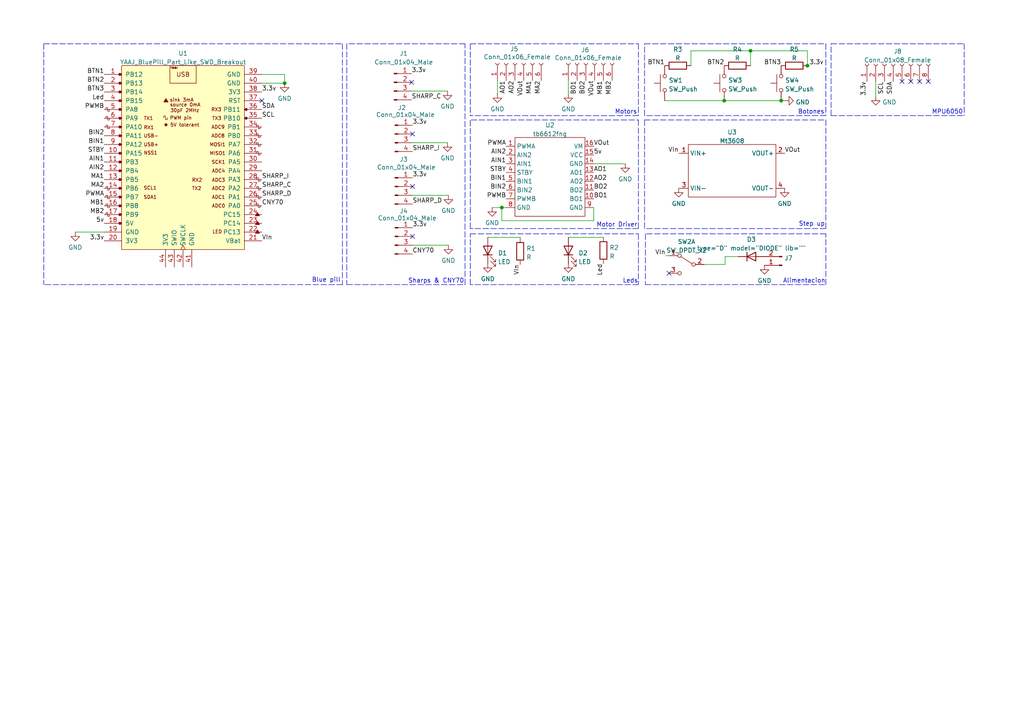
<source format=kicad_sch>
(kicad_sch (version 20211123) (generator eeschema)
  (paper "A4")
  (lib_symbols
    (symbol "Connector:Conn_01x02_Male" (pin_names (offset 1.016) hide)
      (property "Reference" "J" (at 0 2.54 0))
      (property "Value" "Conn_01x02_Male" (at 0 -5.08 0))
      (symbol "Conn_01x02_Male_1_1"
        (polyline (pts (xy 1.27 -2.54) (xy 0.8636 -2.54)) (stroke (width 0.1524)))
        (polyline (pts (xy 1.27 0) (xy 0.8636 0)) (stroke (width 0.1524)))
        (rectangle (start 0.8636 -2.413) (end 0 -2.667) (stroke (width 0.1524)) (fill (type outline)))
        (rectangle (start 0.8636 0.127) (end 0 -0.127) (stroke (width 0.1524)) (fill (type outline)))
        (pin passive line (at 5.08 0 180) (length 3.81) (name "Pin_1") (number "1"))
        (pin passive line (at 5.08 -2.54 180) (length 3.81) (name "Pin_2") (number "2"))
      )
    )
    (symbol "Connector:Conn_01x04_Male" (pin_names (offset 1.016) hide)
      (property "Reference" "J" (at 0 5.08 0))
      (property "Value" "Conn_01x04_Male" (at 0 -7.62 0))
      (symbol "Conn_01x04_Male_1_1"
        (polyline (pts (xy 1.27 -5.08) (xy 0.8636 -5.08)) (stroke (width 0.1524)))
        (polyline (pts (xy 1.27 -2.54) (xy 0.8636 -2.54)) (stroke (width 0.1524)))
        (polyline (pts (xy 1.27 0) (xy 0.8636 0)) (stroke (width 0.1524)))
        (polyline (pts (xy 1.27 2.54) (xy 0.8636 2.54)) (stroke (width 0.1524)))
        (rectangle (start 0.8636 -4.953) (end 0 -5.207) (stroke (width 0.1524)) (fill (type outline)))
        (rectangle (start 0.8636 -2.413) (end 0 -2.667) (stroke (width 0.1524)) (fill (type outline)))
        (rectangle (start 0.8636 0.127) (end 0 -0.127) (stroke (width 0.1524)) (fill (type outline)))
        (rectangle (start 0.8636 2.667) (end 0 2.413) (stroke (width 0.1524)) (fill (type outline)))
        (pin passive line (at 5.08 2.54 180) (length 3.81) (name "Pin_1") (number "1"))
        (pin passive line (at 5.08 0 180) (length 3.81) (name "Pin_2") (number "2"))
        (pin passive line (at 5.08 -2.54 180) (length 3.81) (name "Pin_3") (number "3"))
        (pin passive line (at 5.08 -5.08 180) (length 3.81) (name "Pin_4") (number "4"))
      )
    )
    (symbol "Connector:Conn_01x06_Female" (pin_names (offset 1.016) hide)
      (property "Reference" "J" (at 0 7.62 0))
      (property "Value" "Conn_01x06_Female" (at 0 -10.16 0))
      (symbol "Conn_01x06_Female_1_1"
        (arc (start 0 -7.112) (mid -0.508 -7.62) (end 0 -8.128) (stroke (width 0.1524)))
        (arc (start 0 -4.572) (mid -0.508 -5.08) (end 0 -5.588) (stroke (width 0.1524)))
        (arc (start 0 -2.032) (mid -0.508 -2.54) (end 0 -3.048) (stroke (width 0.1524)))
        (polyline (pts (xy -1.27 -7.62) (xy -0.508 -7.62)) (stroke (width 0.1524)))
        (polyline (pts (xy -1.27 -5.08) (xy -0.508 -5.08)) (stroke (width 0.1524)))
        (polyline (pts (xy -1.27 -2.54) (xy -0.508 -2.54)) (stroke (width 0.1524)))
        (polyline (pts (xy -1.27 0) (xy -0.508 0)) (stroke (width 0.1524)))
        (polyline (pts (xy -1.27 2.54) (xy -0.508 2.54)) (stroke (width 0.1524)))
        (polyline (pts (xy -1.27 5.08) (xy -0.508 5.08)) (stroke (width 0.1524)))
        (arc (start 0 0.508) (mid -0.508 0) (end 0 -0.508) (stroke (width 0.1524)))
        (arc (start 0 3.048) (mid -0.508 2.54) (end 0 2.032) (stroke (width 0.1524)))
        (arc (start 0 5.588) (mid -0.508 5.08) (end 0 4.572) (stroke (width 0.1524)))
        (pin passive line (at -5.08 5.08 0) (length 3.81) (name "Pin_1") (number "1"))
        (pin passive line (at -5.08 2.54 0) (length 3.81) (name "Pin_2") (number "2"))
        (pin passive line (at -5.08 0 0) (length 3.81) (name "Pin_3") (number "3"))
        (pin passive line (at -5.08 -2.54 0) (length 3.81) (name "Pin_4") (number "4"))
        (pin passive line (at -5.08 -5.08 0) (length 3.81) (name "Pin_5") (number "5"))
        (pin passive line (at -5.08 -7.62 0) (length 3.81) (name "Pin_6") (number "6"))
      )
    )
    (symbol "Connector:Conn_01x08_Female" (pin_names (offset 1.016) hide)
      (property "Reference" "J" (at 0 10.16 0))
      (property "Value" "Conn_01x08_Female" (at 0 -12.7 0))
      (symbol "Conn_01x08_Female_1_1"
        (arc (start 0 -9.652) (mid -0.508 -10.16) (end 0 -10.668) (stroke (width 0.1524)))
        (arc (start 0 -7.112) (mid -0.508 -7.62) (end 0 -8.128) (stroke (width 0.1524)))
        (arc (start 0 -4.572) (mid -0.508 -5.08) (end 0 -5.588) (stroke (width 0.1524)))
        (arc (start 0 -2.032) (mid -0.508 -2.54) (end 0 -3.048) (stroke (width 0.1524)))
        (polyline (pts (xy -1.27 -10.16) (xy -0.508 -10.16)) (stroke (width 0.1524)))
        (polyline (pts (xy -1.27 -7.62) (xy -0.508 -7.62)) (stroke (width 0.1524)))
        (polyline (pts (xy -1.27 -5.08) (xy -0.508 -5.08)) (stroke (width 0.1524)))
        (polyline (pts (xy -1.27 -2.54) (xy -0.508 -2.54)) (stroke (width 0.1524)))
        (polyline (pts (xy -1.27 0) (xy -0.508 0)) (stroke (width 0.1524)))
        (polyline (pts (xy -1.27 2.54) (xy -0.508 2.54)) (stroke (width 0.1524)))
        (polyline (pts (xy -1.27 5.08) (xy -0.508 5.08)) (stroke (width 0.1524)))
        (polyline (pts (xy -1.27 7.62) (xy -0.508 7.62)) (stroke (width 0.1524)))
        (arc (start 0 0.508) (mid -0.508 0) (end 0 -0.508) (stroke (width 0.1524)))
        (arc (start 0 3.048) (mid -0.508 2.54) (end 0 2.032) (stroke (width 0.1524)))
        (arc (start 0 5.588) (mid -0.508 5.08) (end 0 4.572) (stroke (width 0.1524)))
        (arc (start 0 8.128) (mid -0.508 7.62) (end 0 7.112) (stroke (width 0.1524)))
        (pin passive line (at -5.08 7.62 0) (length 3.81) (name "Pin_1") (number "1"))
        (pin passive line (at -5.08 5.08 0) (length 3.81) (name "Pin_2") (number "2"))
        (pin passive line (at -5.08 2.54 0) (length 3.81) (name "Pin_3") (number "3"))
        (pin passive line (at -5.08 0 0) (length 3.81) (name "Pin_4") (number "4"))
        (pin passive line (at -5.08 -2.54 0) (length 3.81) (name "Pin_5") (number "5"))
        (pin passive line (at -5.08 -5.08 0) (length 3.81) (name "Pin_6") (number "6"))
        (pin passive line (at -5.08 -7.62 0) (length 3.81) (name "Pin_7") (number "7"))
        (pin passive line (at -5.08 -10.16 0) (length 3.81) (name "Pin_8") (number "8"))
      )
    )
    (symbol "Device:LED" (pin_numbers hide) (pin_names (offset 1.016) hide)
      (property "Reference" "D" (at 0 2.54 0))
      (property "Value" "LED" (at 0 -2.54 0))
      (symbol "LED_0_1"
        (polyline (pts (xy -1.27 -1.27) (xy -1.27 1.27)) (stroke (width 0.254)))
        (polyline (pts (xy -1.27 0) (xy 1.27 0)))
        (polyline (pts (xy 1.27 -1.27) (xy 1.27 1.27) (xy -1.27 0) (xy 1.27 -1.27)) (stroke (width 0.254)))
        (polyline (pts (xy -3.048 -0.762) (xy -4.572 -2.286) (xy -3.81 -2.286) (xy -4.572 -2.286) (xy -4.572 -1.524)))
        (polyline (pts (xy -1.778 -0.762) (xy -3.302 -2.286) (xy -2.54 -2.286) (xy -3.302 -2.286) (xy -3.302 -1.524)))
      )
      (symbol "LED_1_1"
        (pin passive line (at -3.81 0 0) (length 2.54) (name "K") (number "1"))
        (pin passive line (at 3.81 0 180) (length 2.54) (name "A") (number "2"))
      )
    )
    (symbol "Device:R" (pin_numbers hide) (pin_names (offset 0))
      (property "Reference" "R" (at 2.032 0 90))
      (property "Value" "R" (at 0 0 90))
      (symbol "R_0_1"
        (rectangle (start -1.016 -2.54) (end 1.016 2.54) (stroke (width 0.254)))
      )
      (symbol "R_1_1"
        (pin passive line (at 0 3.81 270) (length 1.27) (name "~") (number "1"))
        (pin passive line (at 0 -3.81 90) (length 1.27) (name "~") (number "2"))
      )
    )
    (symbol "Simulation_SPICE:DIODE" (pin_numbers hide) (pin_names (offset 1.016) hide)
      (property "Reference" "D" (at 0 2.54 0))
      (property "Value" "DIODE" (at 0 -2.54 0))
      (symbol "DIODE_0_1"
        (polyline (pts (xy 1.27 0) (xy -1.27 0)))
        (polyline (pts (xy 1.27 1.27) (xy 1.27 -1.27)) (stroke (width 0.254)))
        (polyline (pts (xy -1.27 -1.27) (xy -1.27 1.27) (xy 1.27 0) (xy -1.27 -1.27)) (stroke (width 0.254)))
      )
      (symbol "DIODE_1_1"
        (pin passive line (at -3.81 0 0) (length 2.54) (name "A") (number "1"))
        (pin passive line (at 3.81 0 180) (length 2.54) (name "K") (number "2"))
      )
    )
    (symbol "Switch:SW_DPDT_x2" (pin_names (offset 0) hide)
      (property "Reference" "SW" (at 0 4.318 0))
      (property "Value" "SW_DPDT_x2" (at 0 -5.08 0))
      (symbol "SW_DPDT_x2_0_0"
        (circle (center -2.032 0) (radius 0.508))
        (circle (center 2.032 -2.54) (radius 0.508))
      )
      (symbol "SW_DPDT_x2_0_1"
        (polyline (pts (xy -1.524 0.254) (xy 1.651 2.286)))
        (circle (center 2.032 2.54) (radius 0.508))
      )
      (symbol "SW_DPDT_x2_1_1"
        (pin passive line (at 5.08 2.54 180) (length 2.54) (name "A") (number "1"))
        (pin passive line (at -5.08 0 0) (length 2.54) (name "B") (number "2"))
        (pin passive line (at 5.08 -2.54 180) (length 2.54) (name "C") (number "3"))
      )
      (symbol "SW_DPDT_x2_2_1"
        (pin passive line (at 5.08 2.54 180) (length 2.54) (name "A") (number "4"))
        (pin passive line (at -5.08 0 0) (length 2.54) (name "B") (number "5"))
        (pin passive line (at 5.08 -2.54 180) (length 2.54) (name "C") (number "6"))
      )
    )
    (symbol "Switch:SW_Push" (pin_numbers hide) (pin_names (offset 1.016) hide)
      (property "Reference" "SW" (at 1.27 2.54 0))
      (property "Value" "SW_Push" (at 0 -1.524 0))
      (symbol "SW_Push_0_1"
        (circle (center -2.032 0) (radius 0.508))
        (polyline (pts (xy 0 1.27) (xy 0 3.048)))
        (polyline (pts (xy 2.54 1.27) (xy -2.54 1.27)))
        (circle (center 2.032 0) (radius 0.508))
        (pin passive line (at -5.08 0 0) (length 2.54) (name "1") (number "1"))
        (pin passive line (at 5.08 0 180) (length 2.54) (name "2") (number "2"))
      )
    )
    (symbol "YAAJ_BluePill_Part_Like_SWD_Breakout:YAAJ_BluePill_Part_Like_SWD_Breakout" (pin_names (offset 1.016))
      (property "Reference" "U" (at -15.24 27.94 0))
      (property "Value" "YAAJ_BluePill_Part_Like_SWD_Breakout" (at 20.32 27.94 0))
      (symbol "YAAJ_BluePill_Part_Like_SWD_Breakout_0_0"
        (circle (center -18.288 -20.32) (radius 0.3556) (fill (type outline)))
        (circle (center -18.288 -17.78) (radius 0.3556) (fill (type outline)))
        (circle (center -18.288 -15.24) (radius 0.3556) (fill (type outline)))
        (circle (center -18.288 -12.7) (radius 0.3556) (fill (type outline)))
        (circle (center -18.288 -10.16) (radius 0.3556) (fill (type outline)))
        (circle (center -18.288 -7.62) (radius 0.3556) (fill (type outline)))
        (circle (center -18.288 -5.08) (radius 0.3556) (fill (type outline)))
        (circle (center -18.288 -2.54) (radius 0.3556) (fill (type outline)))
        (circle (center -18.288 0) (radius 0.3556) (fill (type outline)))
        (circle (center -18.288 2.54) (radius 0.3556) (fill (type outline)))
        (circle (center -18.288 5.08) (radius 0.3556) (fill (type outline)))
        (circle (center -18.288 7.62) (radius 0.3556) (fill (type outline)))
        (circle (center -18.288 10.16) (radius 0.3556) (fill (type outline)))
        (circle (center -18.288 12.7) (radius 0.3556) (fill (type outline)))
        (circle (center -18.288 15.24) (radius 0.3556) (fill (type outline)))
        (circle (center -18.288 17.78) (radius 0.3556) (fill (type outline)))
        (circle (center -18.288 22.86) (radius 0.3556) (fill (type outline)))
        (circle (center -4.953 8.255) (radius 0.127) (fill (type outline)))
        (circle (center -4.953 8.255) (radius 0.254))
        (circle (center -4.953 8.255) (radius 0.3556))
        (polyline (pts (xy -5.588 14.859) (xy -4.953 15.875) (xy -4.318 14.859) (xy -5.588 14.859) (xy -4.953 15.748) (xy -4.445 14.859) (xy -5.461 14.986) (xy -4.953 15.621) (xy -4.572 14.859) (xy -5.334 15.113) (xy -4.826 15.494) (xy -4.699 14.859) (xy -5.207 15.24) (xy -4.699 15.367) (xy -4.826 14.986) (xy -5.08 15.24) (xy -4.826 15.113) (xy -4.953 15.367)))
        (polyline (pts (xy 20.955 -23.241) (xy 21.59 -22.225) (xy 22.225 -23.241) (xy 20.955 -23.241) (xy 21.59 -22.352) (xy 22.098 -23.241) (xy 21.082 -23.114) (xy 21.59 -22.479) (xy 21.971 -23.241) (xy 21.209 -22.987) (xy 21.717 -22.606) (xy 21.844 -23.241) (xy 21.336 -22.86) (xy 21.844 -22.733) (xy 21.717 -23.114) (xy 21.463 -22.86) (xy 21.717 -22.987) (xy 21.59 -22.733)))
        (polyline (pts (xy 20.955 -20.701) (xy 21.59 -19.685) (xy 22.225 -20.701) (xy 20.955 -20.701) (xy 21.59 -19.812) (xy 22.098 -20.701) (xy 21.082 -20.574) (xy 21.59 -19.939) (xy 21.971 -20.701) (xy 21.209 -20.447) (xy 21.717 -20.066) (xy 21.844 -20.701) (xy 21.336 -20.32) (xy 21.844 -20.193) (xy 21.717 -20.574) (xy 21.463 -20.32) (xy 21.717 -20.447) (xy 21.59 -20.193)))
        (polyline (pts (xy 20.955 -18.161) (xy 21.59 -17.145) (xy 22.225 -18.161) (xy 20.955 -18.161) (xy 21.59 -17.272) (xy 22.098 -18.161) (xy 21.082 -18.034) (xy 21.59 -17.399) (xy 21.971 -18.161) (xy 21.209 -17.907) (xy 21.717 -17.526) (xy 21.844 -18.161) (xy 21.336 -17.78) (xy 21.844 -17.653) (xy 21.717 -18.034) (xy 21.463 -17.78) (xy 21.717 -17.907) (xy 21.59 -17.653)))
        (circle (center 18.288 10.16) (radius 0.254) (fill (type outline)))
        (circle (center 18.288 10.16) (radius 0.3556))
        (circle (center 18.288 12.7) (radius 0.254) (fill (type outline)))
        (circle (center 18.288 12.7) (radius 0.3556))
        (text "30pF 2MHz" (at 0.508 12.446 0) (effects (font (size 0.9906 0.9906))))
        (text "5V tolerant" (at 0.508 8.255 0) (effects (font (size 0.9906 0.9906))))
        (text "ADC0" (at 10.287 -15.24 0) (effects (font (size 0.9906 0.9906))))
        (text "ADC1" (at 10.287 -12.7 0) (effects (font (size 0.9906 0.9906))))
        (text "ADC2" (at 10.287 -10.16 0) (effects (font (size 0.9906 0.9906))))
        (text "ADC3" (at 10.287 -7.747 0) (effects (font (size 0.9906 0.9906))))
        (text "ADC4" (at 10.287 -5.08 0) (effects (font (size 0.9906 0.9906))))
        (text "ADC8" (at 10.16 5.08 0) (effects (font (size 0.9906 0.9906))))
        (text "ADC9" (at 10.16 7.62 0) (effects (font (size 0.9906 0.9906))))
        (text "LED" (at 9.906 -22.733 0) (effects (font (size 0.9906 0.9906))))
        (text "MISO1" (at 10.033 0 0) (effects (font (size 0.9906 0.9906))))
        (text "MOSI1" (at 10.033 2.54 0) (effects (font (size 0.9906 0.9906))))
        (text "NSS1" (at -9.398 0.127 0) (effects (font (size 0.9906 0.9906))))
        (text "PWM pin" (at -0.635 10.287 0) (effects (font (size 0.9906 0.9906))))
        (text "RX1" (at -9.906 7.493 0) (effects (font (size 0.9906 0.9906))))
        (text "RX2" (at 4.064 -7.747 0) (effects (font (size 0.9906 0.9906))))
        (text "RX3" (at 9.652 12.7 0) (effects (font (size 0.9906 0.9906))))
        (text "SCK1" (at 10.287 -2.54 0) (effects (font (size 0.9906 0.9906))))
        (text "SCL1" (at -9.525 -10.033 0) (effects (font (size 0.9906 0.9906))))
        (text "SDA1" (at -9.525 -12.7 0) (effects (font (size 0.9906 0.9906))))
        (text "sink 3mA" (at -0.381 15.494 0) (effects (font (size 0.9906 0.9906))))
        (text "source 0mA" (at 0.635 14.097 0) (effects (font (size 0.9906 0.9906))))
        (text "TX1" (at -10.033 10.16 0) (effects (font (size 0.9906 0.9906))))
        (text "TX2" (at 3.937 -10.16 0) (effects (font (size 0.9906 0.9906))))
        (text "TX3" (at 9.779 10.16 0) (effects (font (size 0.9906 0.9906))))
        (text "USB" (at 0 22.86 0) (effects (font (size 1.27 1.27))))
        (text "USB+" (at -9.271 2.54 0) (effects (font (size 0.9906 0.9906))))
        (text "USB-" (at -9.271 5.08 0) (effects (font (size 0.9906 0.9906))))
        (text "Y@@J" (at -2.5654 24.8412 0) (effects (font (size 0.508 0.508))))
      )
      (symbol "YAAJ_BluePill_Part_Like_SWD_Breakout_0_1"
        (rectangle (start -17.78 25.4) (end 17.78 -27.94) (fill (type background)))
        (polyline (pts (xy -21.336 -17.78) (xy -21.336 -18.288) (xy -21.844 -18.288) (xy -21.844 -17.272) (xy -22.352 -17.272) (xy -22.352 -17.78)))
        (polyline (pts (xy -21.336 -15.24) (xy -21.336 -15.748) (xy -21.844 -15.748) (xy -21.844 -14.732) (xy -22.352 -14.732) (xy -22.352 -15.24)))
        (polyline (pts (xy -21.336 -12.7) (xy -21.336 -13.208) (xy -21.844 -13.208) (xy -21.844 -12.192) (xy -22.352 -12.192) (xy -22.352 -12.7)))
        (polyline (pts (xy -21.336 -10.16) (xy -21.336 -10.668) (xy -21.844 -10.668) (xy -21.844 -9.652) (xy -22.352 -9.652) (xy -22.352 -10.16)))
        (polyline (pts (xy -21.336 7.62) (xy -21.336 7.112) (xy -21.844 7.112) (xy -21.844 8.128) (xy -22.352 8.128) (xy -22.352 7.62)))
        (polyline (pts (xy -21.336 10.16) (xy -21.336 9.652) (xy -21.844 9.652) (xy -21.844 10.668) (xy -22.352 10.668) (xy -22.352 10.16)))
        (polyline (pts (xy -21.336 12.7) (xy -21.336 12.192) (xy -21.844 12.192) (xy -21.844 13.208) (xy -22.352 13.208) (xy -22.352 12.7)))
        (polyline (pts (xy -4.572 10.287) (xy -4.572 9.779) (xy -5.08 9.779) (xy -5.08 10.795) (xy -5.588 10.795) (xy -5.588 10.287)))
        (polyline (pts (xy 22.352 -15.24) (xy 22.352 -15.748) (xy 21.844 -15.748) (xy 21.844 -14.732) (xy 21.336 -14.732) (xy 21.336 -15.24)))
        (polyline (pts (xy 22.352 -12.7) (xy 22.352 -13.208) (xy 21.844 -13.208) (xy 21.844 -12.192) (xy 21.336 -12.192) (xy 21.336 -12.7)))
        (polyline (pts (xy 22.352 -10.16) (xy 22.352 -10.668) (xy 21.844 -10.668) (xy 21.844 -9.652) (xy 21.336 -9.652) (xy 21.336 -10.16)))
        (polyline (pts (xy 22.352 -7.62) (xy 22.352 -8.128) (xy 21.844 -8.128) (xy 21.844 -7.112) (xy 21.336 -7.112) (xy 21.336 -7.62)))
        (polyline (pts (xy 22.352 0) (xy 22.352 -0.508) (xy 21.844 -0.508) (xy 21.844 0.508) (xy 21.336 0.508) (xy 21.336 0)))
        (polyline (pts (xy 22.352 2.54) (xy 22.352 2.032) (xy 21.844 2.032) (xy 21.844 3.048) (xy 21.336 3.048) (xy 21.336 2.54)))
        (polyline (pts (xy 22.352 5.08) (xy 22.352 4.572) (xy 21.844 4.572) (xy 21.844 5.588) (xy 21.336 5.588) (xy 21.336 5.08)))
        (polyline (pts (xy 22.352 7.62) (xy 22.352 7.112) (xy 21.844 7.112) (xy 21.844 8.128) (xy 21.336 8.128) (xy 21.336 7.62)))
        (rectangle (start 3.81 25.4) (end -3.81 20.32))
      )
      (symbol "YAAJ_BluePill_Part_Like_SWD_Breakout_1_1"
        (circle (center -18.288 20.32) (radius 0.3556) (fill (type outline)))
        (pin bidirectional line (at -22.86 22.86 0) (length 5.08) (name "PB12") (number "1"))
        (pin bidirectional line (at -22.86 0 0) (length 5.08) (name "PA15") (number "10"))
        (pin bidirectional line (at -22.86 -2.54 0) (length 5.08) (name "PB3") (number "11"))
        (pin bidirectional line (at -22.86 -5.08 0) (length 5.08) (name "PB4") (number "12"))
        (pin bidirectional line (at -22.86 -7.62 0) (length 5.08) (name "PB5") (number "13"))
        (pin bidirectional line (at -22.86 -10.16 0) (length 5.08) (name "PB6") (number "14"))
        (pin bidirectional line (at -22.86 -12.7 0) (length 5.08) (name "PB7") (number "15"))
        (pin bidirectional line (at -22.86 -15.24 0) (length 5.08) (name "PB8") (number "16"))
        (pin bidirectional line (at -22.86 -17.78 0) (length 5.08) (name "PB9") (number "17"))
        (pin power_in line (at -22.86 -20.32 0) (length 5.08) (name "5V") (number "18"))
        (pin power_in line (at -22.86 -22.86 0) (length 5.08) (name "GND") (number "19"))
        (pin bidirectional line (at -22.86 20.32 0) (length 5.08) (name "PB13") (number "2"))
        (pin power_in line (at -22.86 -25.4 0) (length 5.08) (name "3V3") (number "20"))
        (pin power_in line (at 22.86 -25.4 180) (length 5.08) (name "VBat") (number "21"))
        (pin bidirectional line (at 22.86 -22.86 180) (length 5.08) (name "PC13") (number "22"))
        (pin bidirectional line (at 22.86 -20.32 180) (length 5.08) (name "PC14") (number "23"))
        (pin bidirectional line (at 22.86 -17.78 180) (length 5.08) (name "PC15") (number "24"))
        (pin bidirectional line (at 22.86 -15.24 180) (length 5.08) (name "PA0") (number "25"))
        (pin bidirectional line (at 22.86 -12.7 180) (length 5.08) (name "PA1") (number "26"))
        (pin bidirectional line (at 22.86 -10.16 180) (length 5.08) (name "PA2") (number "27"))
        (pin bidirectional line (at 22.86 -7.62 180) (length 5.08) (name "PA3") (number "28"))
        (pin bidirectional line (at 22.86 -5.08 180) (length 5.08) (name "PA4") (number "29"))
        (pin bidirectional line (at -22.86 17.78 0) (length 5.08) (name "PB14") (number "3"))
        (pin bidirectional line (at 22.86 -2.54 180) (length 5.08) (name "PA5") (number "30"))
        (pin bidirectional line (at 22.86 0 180) (length 5.08) (name "PA6") (number "31"))
        (pin bidirectional line (at 22.86 2.54 180) (length 5.08) (name "PA7") (number "32"))
        (pin bidirectional line (at 22.86 5.08 180) (length 5.08) (name "PB0") (number "33"))
        (pin bidirectional line (at 22.86 7.62 180) (length 5.08) (name "PB1") (number "34"))
        (pin bidirectional line (at 22.86 10.16 180) (length 5.08) (name "PB10") (number "35"))
        (pin bidirectional line (at 22.86 12.7 180) (length 5.08) (name "PB11") (number "36"))
        (pin input line (at 22.86 15.24 180) (length 5.08) (name "RST") (number "37"))
        (pin power_in line (at 22.86 17.78 180) (length 5.08) (name "3V3") (number "38"))
        (pin power_in line (at 22.86 22.86 180) (length 5.08) (name "GND") (number "39"))
        (pin bidirectional line (at -22.86 15.24 0) (length 5.08) (name "PB15") (number "4"))
        (pin power_in line (at 22.86 20.32 180) (length 5.08) (name "GND") (number "40"))
        (pin power_in line (at 2.54 -33.02 90) (length 5.08) (name "GND") (number "41"))
        (pin bidirectional clock (at 0 -33.02 90) (length 5.08) (name "SWCLK") (number "42"))
        (pin bidirectional line (at -2.54 -33.02 90) (length 5.08) (name "SWIO") (number "43"))
        (pin power_in line (at -5.08 -33.02 90) (length 5.08) (name "3V3") (number "44"))
        (pin bidirectional line (at -22.86 12.7 0) (length 5.08) (name "PA8") (number "5"))
        (pin bidirectional line (at -22.86 10.16 0) (length 5.08) (name "PA9") (number "6"))
        (pin bidirectional line (at -22.86 7.62 0) (length 5.08) (name "PA10") (number "7"))
        (pin bidirectional line (at -22.86 5.08 0) (length 5.08) (name "PA11") (number "8"))
        (pin bidirectional line (at -22.86 2.54 0) (length 5.08) (name "PA12") (number "9"))
      )
    )
    (symbol "power:GND" (power) (pin_names (offset 0))
      (property "Value" "GND" (at 0 -3.81 0))
      (symbol "GND_0_1"
        (polyline (pts (xy 0 0) (xy 0 -1.27) (xy 1.27 -1.27) (xy 0 -2.54) (xy -1.27 -1.27) (xy 0 -1.27)))
      )
      (symbol "GND_1_1"
        (pin power_in line (at 0 0 270) (length 0) hide (name "GND") (number "1"))
      )
    )
    (symbol "propios:Mt3608"
      (property "Reference" "U" (at 0 0 0))
      (property "Value" "Mt3608" (at 0 0 0))
      (symbol "Mt3608_0_1"
        (rectangle (start -12.7 -2.54) (end 12.7 -17.78))
      )
      (symbol "Mt3608_1_1"
        (pin input line (at -15.24 -5.08 0) (length 2.54) (name "VIN+") (number "1"))
        (pin input line (at 15.24 -5.08 180) (length 2.54) (name "VOUT+") (number "2"))
        (pin input line (at -15.24 -15.24 0) (length 2.54) (name "VIN-") (number "3"))
        (pin input line (at 15.24 -15.24 180) (length 2.54) (name "VOUT-") (number "4"))
      )
    )
    (symbol "propios:tb6612fng"
      (property "Reference" "U" (at 0 0 0))
      (property "Value" "tb6612fng" (at 0 0 0))
      (symbol "tb6612fng_0_1"
        (rectangle (start -10.16 -2.54) (end 10.16 -25.4))
      )
      (symbol "tb6612fng_1_1"
        (pin input line (at -12.7 -5.08 0) (length 2.54) (name "PWMA") (number "1"))
        (pin input line (at 12.7 -20.32 180) (length 2.54) (name "BO1") (number "10"))
        (pin input line (at 12.7 -17.78 180) (length 2.54) (name "BO2") (number "11"))
        (pin input line (at 12.7 -15.24 180) (length 2.54) (name "AO2") (number "12"))
        (pin input line (at 12.7 -12.7 180) (length 2.54) (name "AO1") (number "13"))
        (pin input line (at 12.7 -10.16 180) (length 2.54) (name "GND") (number "14"))
        (pin input line (at 12.7 -7.62 180) (length 2.54) (name "VCC") (number "15"))
        (pin input line (at 12.7 -5.08 180) (length 2.54) (name "VM") (number "16"))
        (pin input line (at -12.7 -7.62 0) (length 2.54) (name "AIN2") (number "2"))
        (pin input line (at -12.7 -10.16 0) (length 2.54) (name "AIN1") (number "3"))
        (pin input line (at -12.7 -12.7 0) (length 2.54) (name "STBY") (number "4"))
        (pin input line (at -12.7 -15.24 0) (length 2.54) (name "BIN1") (number "5"))
        (pin input line (at -12.7 -17.78 0) (length 2.54) (name "BIN2") (number "6"))
        (pin input line (at -12.7 -20.32 0) (length 2.54) (name "PWMB") (number "7"))
        (pin input line (at -12.7 -22.86 0) (length 2.54) (name "GND") (number "8"))
        (pin input line (at 12.7 -22.86 180) (length 2.54) (name "GND") (number "9"))
      )
    )
  )
  (junction (at 210.058 29.21))
  (junction (at 217.678 14.732))
  (junction (at 226.568 29.21))
  (junction (at 82.55 24.13))
  (junction (at 234.188 19.05))
  (junction (at 145.542 60.198))
  (no_connect (at 75.946 29.21))
  (no_connect (at 194.056 79.248))
  (no_connect (at 261.62 23.622))
  (no_connect (at 264.16 23.622))
  (no_connect (at 266.7 23.622))
  (no_connect (at 269.24 23.622))
  (no_connect (at 119.38 23.876))
  (no_connect (at 119.634 68.58))
  (no_connect (at 119.634 38.862))
  (no_connect (at 119.634 54.102))
  (polyline (pts (xy 186.944 34.798) (xy 186.944 66.294)))
  (polyline (pts (xy 136.398 12.7) (xy 185.166 12.7)))
  (wire (pts (xy 192.786 29.21) (xy 210.058 29.21)))
  (polyline (pts (xy 12.7 12.7) (xy 12.7 82.55)))
  (wire (pts (xy 200.406 14.732) (xy 217.678 14.732)))
  (wire (pts (xy 30.226 67.31) (xy 21.844 67.31)))
  (polyline (pts (xy 239.522 34.798) (xy 239.522 66.294)))
  (polyline (pts (xy 134.874 82.55) (xy 134.874 12.7)))
  (wire (pts (xy 130.048 71.12) (xy 119.634 71.12)))
  (polyline (pts (xy 239.522 33.528) (xy 186.944 33.528)))
  (wire (pts (xy 82.55 21.59) (xy 82.55 24.13)))
  (polyline (pts (xy 136.652 34.798) (xy 185.166 34.798)))
  (polyline (pts (xy 185.166 66.294) (xy 136.398 66.294)))
  (polyline (pts (xy 279.654 12.7) (xy 279.654 33.528)))
  (polyline (pts (xy 185.166 82.55) (xy 136.398 82.55)))
  (wire (pts (xy 142.748 60.198) (xy 145.542 60.198)))
  (wire (pts (xy 254 27.94) (xy 254 23.622)))
  (polyline (pts (xy 136.398 12.7) (xy 136.398 33.528)))
  (polyline (pts (xy 241.046 33.528) (xy 241.046 12.7)))
  (wire (pts (xy 164.846 27.178) (xy 164.846 23.368)))
  (polyline (pts (xy 12.7 12.7) (xy 99.314 12.7)))
  (wire (pts (xy 210.312 76.708) (xy 204.216 76.708)))
  (wire (pts (xy 226.568 29.21) (xy 227.584 29.21)))
  (polyline (pts (xy 239.522 12.7) (xy 239.522 33.528)))
  (wire (pts (xy 196.85 54.61) (xy 197.104 54.61)))
  (wire (pts (xy 172.212 64.008) (xy 145.542 64.008)))
  (wire (pts (xy 210.312 74.422) (xy 210.312 76.708)))
  (polyline (pts (xy 99.314 82.55) (xy 12.7 82.55)))
  (wire (pts (xy 193.04 74.168) (xy 194.056 74.168)))
  (wire (pts (xy 145.542 60.198) (xy 146.812 60.198)))
  (polyline (pts (xy 187.198 82.55) (xy 239.522 82.55)))
  (polyline (pts (xy 187.198 67.818) (xy 187.198 82.55)))
  (wire (pts (xy 210.058 29.21) (xy 226.568 29.21)))
  (polyline (pts (xy 136.398 82.55) (xy 136.398 67.818)))
  (wire (pts (xy 234.188 14.732) (xy 234.188 19.05)))
  (wire (pts (xy 129.794 41.402) (xy 119.634 41.402)))
  (polyline (pts (xy 239.522 67.818) (xy 187.198 67.818)))
  (wire (pts (xy 196.85 44.45) (xy 197.104 44.45)))
  (wire (pts (xy 144.272 27.178) (xy 144.272 23.368)))
  (wire (pts (xy 172.212 60.198) (xy 172.212 64.008)))
  (polyline (pts (xy 100.584 12.7) (xy 100.584 82.55)))
  (polyline (pts (xy 136.398 67.818) (xy 185.166 67.818)))
  (polyline (pts (xy 241.046 33.528) (xy 279.654 33.528)))
  (wire (pts (xy 130.048 56.642) (xy 119.634 56.642)))
  (polyline (pts (xy 134.874 12.7) (xy 100.584 12.7)))
  (wire (pts (xy 217.678 14.732) (xy 234.188 14.732)))
  (wire (pts (xy 234.696 19.05) (xy 234.188 19.05)))
  (wire (pts (xy 200.406 19.05) (xy 200.406 14.732)))
  (polyline (pts (xy 185.166 67.818) (xy 185.166 82.55)))
  (polyline (pts (xy 239.522 82.55) (xy 239.522 67.818)))
  (polyline (pts (xy 186.944 12.7) (xy 239.522 12.7)))
  (wire (pts (xy 75.946 24.13) (xy 82.55 24.13)))
  (wire (pts (xy 150.876 68.834) (xy 150.876 69.088)))
  (polyline (pts (xy 239.522 66.294) (xy 186.944 66.294)))
  (polyline (pts (xy 187.198 67.818) (xy 187.198 67.818)))
  (wire (pts (xy 145.542 64.008) (xy 145.542 60.198)))
  (wire (pts (xy 217.678 19.05) (xy 217.678 14.732)))
  (polyline (pts (xy 100.584 82.55) (xy 134.874 82.55)))
  (polyline (pts (xy 185.166 33.528) (xy 136.398 33.528)))
  (wire (pts (xy 164.846 68.834) (xy 175.006 68.834)))
  (polyline (pts (xy 99.314 12.7) (xy 99.314 82.55)))
  (polyline (pts (xy 185.166 12.7) (xy 185.166 33.528)))
  (polyline (pts (xy 185.166 34.798) (xy 185.166 66.294)))
  (wire (pts (xy 129.794 26.416) (xy 119.38 26.416)))
  (polyline (pts (xy 136.398 66.294) (xy 136.398 34.798)))
  (wire (pts (xy 75.946 21.59) (xy 82.55 21.59)))
  (polyline (pts (xy 241.046 12.7) (xy 279.654 12.7)))
  (wire (pts (xy 214.122 74.422) (xy 210.312 74.422)))
  (polyline (pts (xy 186.944 34.798) (xy 239.522 34.798)))
  (wire (pts (xy 181.356 47.498) (xy 172.212 47.498)))
  (polyline (pts (xy 186.944 33.528) (xy 186.944 12.7)))
  (wire (pts (xy 141.478 68.834) (xy 150.876 68.834)))
  (text "Motor Driver\n" (at 172.974 66.04 0) (effects (font (size 1.27 1.27)) (justify left bottom)))
  (text "Step up\n" (at 231.648 65.786 0) (effects (font (size 1.27 1.27)) (justify left bottom)))
  (text "MPU6050\n" (at 270.256 33.274 0) (effects (font (size 1.27 1.27)) (justify left bottom)))
  (text "Blue pill\n" (at 90.424 82.042 0) (effects (font (size 1.27 1.27)) (justify left bottom)))
  (text "Alimentacion\n" (at 227.076 82.296 0) (effects (font (size 1.27 1.27)) (justify left bottom)))
  (text "Leds" (at 180.594 82.296 0) (effects (font (size 1.27 1.27)) (justify left bottom)))
  (text "Motors\n" (at 178.308 33.274 0) (effects (font (size 1.27 1.27)) (justify left bottom)))
  (text "Sharps & CNY70" (at 118.364 82.296 0) (effects (font (size 1.27 1.27)) (justify left bottom)))
  (text "Botones\n" (at 231.394 33.274 0) (effects (font (size 1.27 1.27)) (justify left bottom)))
  (label "SHARP_C" (at 119.38 28.956 0))
  (label "MA2" (at 156.972 23.368 270))
  (label "3.3v" (at 119.634 66.04 0))
  (label "BO2" (at 172.212 55.118 0))
  (label "VIn" (at 196.85 44.45 180))
  (label "VOut" (at 172.466 23.368 270))
  (label "VIn" (at 193.04 74.168 180))
  (label "BO2" (at 169.926 23.368 270))
  (label "MA2" (at 30.226 54.61 180))
  (label "3.3v" (at 119.634 36.322 0))
  (label "AO1" (at 172.212 50.038 0))
  (label "SDA" (at 259.08 23.622 270))
  (label "CNY70" (at 75.946 59.69 0))
  (label "MA1" (at 154.432 23.368 270))
  (label "SHARP_C" (at 75.946 54.61 0))
  (label "STBY" (at 30.226 44.45 180))
  (label "BO1" (at 172.212 57.658 0))
  (label "BIN2" (at 146.812 55.118 180))
  (label "MB1" (at 30.226 59.69 180))
  (label "SHARP_D" (at 119.634 59.182 0))
  (label "AO2" (at 172.212 52.578 0))
  (label "MB2" (at 177.546 23.368 270))
  (label "VIn" (at 75.946 69.85 0))
  (label "VIn" (at 150.876 76.708 270))
  (label "BO1" (at 167.386 23.368 270))
  (label "SHARP_D" (at 75.946 57.15 0))
  (label "SDA" (at 75.946 31.75 0))
  (label "BTN3" (at 226.568 19.05 180))
  (label "3.3v" (at 251.46 23.622 270))
  (label "3.3v" (at 119.38 21.336 0))
  (label "BTN3" (at 30.226 26.67 180))
  (label "5v" (at 172.212 44.958 0))
  (label "BIN2" (at 30.226 39.37 180))
  (label "MB2" (at 30.226 62.23 180))
  (label "AO2" (at 149.352 23.368 270))
  (label "AIN1" (at 30.226 46.99 180))
  (label "MB1" (at 175.006 23.368 270))
  (label "STBY" (at 146.812 50.038 180))
  (label "Led" (at 30.226 29.21 180))
  (label "VOut" (at 151.892 23.368 270))
  (label "AO1" (at 146.812 23.368 270))
  (label "SCL" (at 256.54 23.622 270))
  (label "VOut" (at 172.212 42.418 0))
  (label "PWMB" (at 30.226 31.75 180))
  (label "MA1" (at 30.226 52.07 180))
  (label "SHARP_I" (at 75.946 52.07 0))
  (label "3.3v" (at 75.946 26.67 0))
  (label "SCL" (at 75.946 34.29 0))
  (label "5v" (at 30.226 64.77 180))
  (label "BIN1" (at 146.812 52.578 180))
  (label "BTN1" (at 192.786 19.05 180))
  (label "AIN2" (at 146.812 44.958 180))
  (label "PWMA" (at 30.226 57.15 180))
  (label "BTN2" (at 210.058 19.05 180))
  (label "BTN2" (at 30.226 24.13 180))
  (label "Led" (at 175.006 76.454 270))
  (label "CNY70" (at 119.634 73.66 0))
  (label "3.3v" (at 30.226 69.85 180))
  (label "3.3v" (at 119.634 51.562 0))
  (label "SHARP_I" (at 119.634 43.942 0))
  (label "PWMB" (at 146.812 57.658 180))
  (label "BIN1" (at 30.226 41.91 180))
  (label "3.3v" (at 234.696 19.05 0))
  (label "BTN1" (at 30.226 21.59 180))
  (label "VOut" (at 227.584 44.45 0))
  (label "AIN2" (at 30.226 49.53 180))
  (label "AIN1" (at 146.812 47.498 180))
  (label "PWMA" (at 146.812 42.418 180))
  (symbol (lib_id "Connector:Conn_01x04_Male") (at 114.554 54.102 0) (unit 1)
    (property "Reference" "J3" (at 117.094 46.228 0))
    (property "Value" "Conn_01x04_Male" (at 117.856 48.514 0))
    (property "Footprint" "Connector_PinHeader_2.54mm:PinHeader_1x04_P2.54mm_Vertical" (effects hide))
  )
  (symbol (lib_id "power:GND") (at 82.55 24.13 0) (unit 1)
    (property "Reference" "#PWR0105" (effects hide))
    (property "Value" "GND" (at 82.55 28.5734 0))
  )
  (symbol (lib_id "power:GND") (at 144.272 27.178 0) (unit 1)
    (property "Reference" "#PWR0113" (effects hide))
    (property "Value" "GND" (at 144.272 31.6214 0))
  )
  (symbol (lib_id "power:GND") (at 141.478 76.454 0) (unit 1)
    (property "Reference" "#PWR0102" (effects hide))
    (property "Value" "GND" (at 141.478 80.8974 0))
  )
  (symbol (lib_id "power:GND") (at 227.584 54.61 0) (unit 1)
    (property "Reference" "#PWR0108" (effects hide))
    (property "Value" "GND" (at 227.584 59.0534 0))
  )
  (symbol (lib_id "power:GND") (at 142.748 60.198 0) (unit 1)
    (property "Reference" "#PWR0103" (effects hide))
    (property "Value" "GND" (at 142.748 64.6414 0))
  )
  (symbol (lib_id "Connector:Conn_01x06_Female") (at 149.352 18.288 90) (unit 1)
    (property "Reference" "J5" (at 150.368 14.224 90) (effects (justify left)))
    (property "Value" "Conn_01x06_Female" (at 159.766 16.51 90) (effects (justify left)))
    (property "Footprint" "Connector_PinSocket_2.54mm:PinSocket_1x06_P2.54mm_Vertical" (effects hide))
  )
  (symbol (lib_id "power:GND") (at 130.048 71.12 0) (unit 1)
    (property "Reference" "#PWR0117" (effects hide))
    (property "Value" "GND" (at 130.048 75.5634 0))
  )
  (symbol (lib_id "Device:LED") (at 141.478 72.644 90) (unit 1)
    (property "Reference" "D1" (at 144.399 73.3968 90) (effects (justify right)))
    (property "Value" "LED" (at 144.399 75.9337 90) (effects (justify right)))
    (property "Footprint" "LED_THT:LED_D3.0mm" (effects hide))
  )
  (symbol (lib_id "Device:LED") (at 164.846 72.644 90) (unit 1)
    (property "Reference" "D2" (at 167.767 73.3968 90) (effects (justify right)))
    (property "Value" "LED" (at 167.767 75.9337 90) (effects (justify right)))
    (property "Footprint" "LED_THT:LED_D3.0mm" (effects hide))
  )
  (symbol (lib_id "Device:R") (at 230.378 19.05 90) (unit 1)
    (property "Reference" "R5" (at 230.378 14.3342 90))
    (property "Value" "R" (at 230.378 16.8711 90))
    (property "Footprint" "Resistor_THT:R_Axial_DIN0207_L6.3mm_D2.5mm_P10.16mm_Horizontal" (effects hide))
  )
  (symbol (lib_id "power:GND") (at 129.794 26.416 0) (unit 1)
    (property "Reference" "#PWR0114" (effects hide))
    (property "Value" "GND" (at 129.794 30.8594 0))
  )
  (symbol (lib_id "Simulation_SPICE:DIODE") (at 217.932 74.422 180) (unit 1)
    (property "Reference" "D3" (at 217.932 69.4522 0))
    (property "Value" "DIODE" (at 217.932 71.9891 0))
    (property "Footprint" "Diode_THT:D_5W_P12.70mm_Horizontal" (effects hide))
    (property "Spice_Netlist_Enabled" "Y" (effects hide))
    (property "Spice_Primitive" "D" (effects hide))
  )
  (symbol (lib_id "Device:R") (at 175.006 72.644 0) (unit 1)
    (property "Reference" "R2" (at 176.784 71.8093 0) (effects (justify left)))
    (property "Value" "R" (at 176.784 74.3462 0) (effects (justify left)))
    (property "Footprint" "Resistor_THT:R_Axial_DIN0207_L6.3mm_D2.5mm_P10.16mm_Horizontal" (effects hide))
  )
  (symbol (lib_id "power:GND") (at 130.048 56.642 0) (unit 1)
    (property "Reference" "#PWR0116" (effects hide))
    (property "Value" "GND" (at 130.048 61.0854 0))
  )
  (symbol (lib_id "Switch:SW_Push") (at 226.568 24.13 90) (unit 1)
    (property "Reference" "SW4" (at 227.711 23.2953 90) (effects (justify right)))
    (property "Value" "SW_Push" (at 227.711 25.8322 90) (effects (justify right)))
    (property "Footprint" "Button_Switch_THT:SW_PUSH_6mm" (effects hide))
  )
  (symbol (lib_id "power:GND") (at 164.846 27.178 0) (unit 1)
    (property "Reference" "#PWR0111" (effects hide))
    (property "Value" "GND" (at 164.846 31.6214 0))
  )
  (symbol (lib_id "Device:R") (at 150.876 72.898 0) (unit 1)
    (property "Reference" "R1" (at 152.654 72.0633 0) (effects (justify left)))
    (property "Value" "R" (at 152.654 74.6002 0) (effects (justify left)))
    (property "Footprint" "Resistor_THT:R_Axial_DIN0207_L6.3mm_D2.5mm_P10.16mm_Horizontal" (effects hide))
  )
  (symbol (lib_id "power:GND") (at 164.846 76.454 0) (unit 1)
    (property "Reference" "#PWR0101" (effects hide))
    (property "Value" "GND" (at 164.846 80.8974 0))
  )
  (symbol (lib_id "Connector:Conn_01x04_Male") (at 114.3 23.876 0) (unit 1)
    (property "Reference" "J1" (at 117.094 15.494 0))
    (property "Value" "Conn_01x04_Male" (at 117.094 18.034 0))
    (property "Footprint" "Connector_PinHeader_2.54mm:PinHeader_1x04_P2.54mm_Vertical" (effects hide))
  )
  (symbol (lib_id "power:GND") (at 21.844 67.31 0) (unit 1)
    (property "Reference" "#PWR0104" (effects hide))
    (property "Value" "GND" (at 21.844 71.7534 0))
  )
  (symbol (lib_id "Device:R") (at 196.596 19.05 90) (unit 1)
    (property "Reference" "R3" (at 196.596 14.3342 90))
    (property "Value" "R" (at 196.596 16.8711 90))
    (property "Footprint" "Resistor_THT:R_Axial_DIN0207_L6.3mm_D2.5mm_P10.16mm_Horizontal" (effects hide))
  )
  (symbol (lib_id "Device:R") (at 213.868 19.05 270) (unit 1)
    (property "Reference" "R4" (at 213.868 14.3342 90))
    (property "Value" "R" (at 213.868 16.8711 90))
    (property "Footprint" "Resistor_THT:R_Axial_DIN0207_L6.3mm_D2.5mm_P10.16mm_Horizontal" (effects hide))
  )
  (symbol (lib_id "power:GND") (at 196.85 54.61 0) (unit 1)
    (property "Reference" "#PWR0107" (effects hide))
    (property "Value" "GND" (at 196.85 59.0534 0))
  )
  (symbol (lib_id "Connector:Conn_01x02_Male") (at 226.822 76.962 180) (unit 1)
    (property "Reference" "J7" (at 227.5332 74.8573 0) (effects (justify right)))
    (property "Value" "Conn_01x02_Male" (effects hide))
    (property "Footprint" "Connector_PinHeader_2.54mm:PinHeader_1x02_P2.54mm_Vertical" (effects hide))
  )
  (symbol (lib_id "power:GND") (at 221.742 76.962 0) (unit 1)
    (property "Reference" "#PWR0106" (effects hide))
    (property "Value" "GND" (at 221.742 81.4054 0))
  )
  (symbol (lib_id "Connector:Conn_01x08_Female") (at 259.08 18.542 90) (unit 1)
    (property "Reference" "J8" (at 260.35 14.893 90))
    (property "Value" "Conn_01x08_Female" (at 260.35 17.4299 90))
    (property "Footprint" "Connector_PinSocket_2.54mm:PinSocket_1x08_P2.54mm_Vertical" (effects hide))
  )
  (symbol (lib_id "propios:Mt3608") (at 212.344 39.37 0) (unit 1)
    (property "Reference" "U3" (at 212.344 38.3372 0))
    (property "Value" "Mt3608" (at 212.344 40.8741 0))
    (property "Footprint" "propios:MT3608" (effects hide))
  )
  (symbol (lib_id "power:GND") (at 181.356 47.498 0) (unit 1)
    (property "Reference" "#PWR0112" (effects hide))
    (property "Value" "GND" (at 181.356 51.9414 0))
  )
  (symbol (lib_id "power:GND") (at 227.584 29.21 90) (unit 1)
    (property "Reference" "#PWR0109" (effects hide))
    (property "Value" "GND" (at 230.759 29.6438 90) (effects (justify right)))
  )
  (symbol (lib_id "Switch:SW_Push") (at 210.058 24.13 90) (unit 1)
    (property "Reference" "SW3" (at 211.201 23.2953 90) (effects (justify right)))
    (property "Value" "SW_Push" (at 211.201 25.8322 90) (effects (justify right)))
    (property "Footprint" "Button_Switch_THT:SW_PUSH_6mm" (effects hide))
  )
  (symbol (lib_id "Switch:SW_DPDT_x2") (at 199.136 76.708 0) (mirror y) (unit 1)
    (property "Reference" "SW2" (at 199.136 70.0872 0))
    (property "Value" "SW_DPDT_x2" (at 199.136 72.6241 0))
    (property "Footprint" "Button_Switch_THT:SW_Slide_1P2T_CK_OS102011MS2Q" (effects hide))
  )
  (symbol (lib_id "Switch:SW_Push") (at 192.786 24.13 90) (unit 1)
    (property "Reference" "SW1" (at 193.929 23.2953 90) (effects (justify right)))
    (property "Value" "SW_Push" (at 193.929 25.8322 90) (effects (justify right)))
    (property "Footprint" "Button_Switch_THT:SW_PUSH_6mm" (effects hide))
  )
  (symbol (lib_id "power:GND") (at 254 27.94 0) (unit 1)
    (property "Reference" "#PWR0110" (effects hide))
    (property "Value" "GND" (at 255.905 29.6438 0) (effects (justify left)))
  )
  (symbol (lib_id "Connector:Conn_01x06_Female") (at 169.926 18.288 90) (unit 1)
    (property "Reference" "J6" (at 170.942 14.478 90) (effects (justify left)))
    (property "Value" "Conn_01x06_Female" (at 180.34 16.764 90) (effects (justify left)))
    (property "Footprint" "Connector_PinSocket_2.54mm:PinSocket_1x06_P2.54mm_Vertical" (effects hide))
  )
  (symbol (lib_id "propios:tb6612fng") (at 159.512 37.338 0) (unit 1)
    (property "Reference" "U2" (at 159.512 36.3052 0))
    (property "Value" "tb6612fng" (at 159.512 38.8421 0))
    (property "Footprint" "propios:tb6612fng" (effects hide))
  )
  (symbol (lib_id "Connector:Conn_01x04_Male") (at 114.554 68.58 0) (unit 1)
    (property "Reference" "J4" (at 117.094 61.214 0))
    (property "Value" "Conn_01x04_Male" (at 118.11 63.246 0))
    (property "Footprint" "Connector_PinHeader_2.54mm:PinHeader_1x04_P2.54mm_Vertical" (effects hide))
  )
  (symbol (lib_id "YAAJ_BluePill_Part_Like_SWD_Breakout:YAAJ_BluePill_Part_Like_SWD_Breakout") (at 53.086 44.45 0) (unit 1)
    (property "Reference" "U1" (at 53.086 15.4772 0))
    (property "Value" "YAAJ_BluePill_Part_Like_SWD_Breakout" (at 53.086 18.0141 0))
    (property "Footprint" "Footprints:YAAJ_BluePill_1" (effects hide))
  )
  (symbol (lib_id "power:GND") (at 129.794 41.402 0) (unit 1)
    (property "Reference" "#PWR0115" (effects hide))
    (property "Value" "GND" (at 129.794 45.8454 0))
  )
  (symbol (lib_id "Connector:Conn_01x04_Male") (at 114.554 38.862 0) (unit 1)
    (property "Reference" "J2" (at 116.586 31.242 0))
    (property "Value" "Conn_01x04_Male" (at 117.602 33.274 0))
    (property "Footprint" "Connector_PinHeader_2.54mm:PinHeader_1x04_P2.54mm_Vertical" (effects hide))
  )
)
</source>
